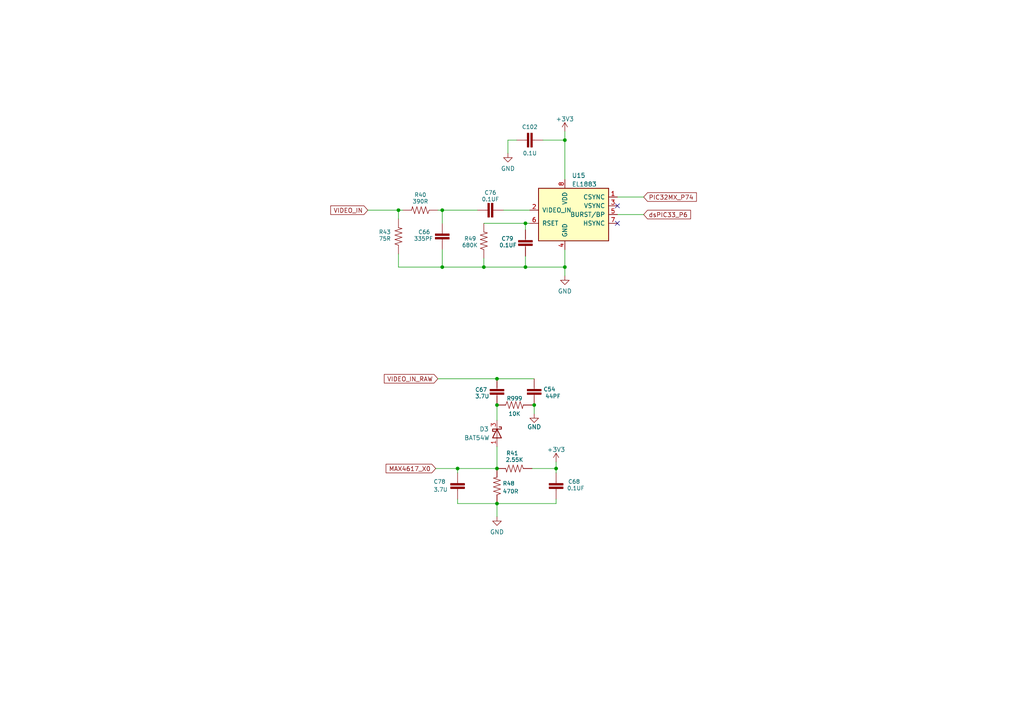
<source format=kicad_sch>
(kicad_sch (version 20230121) (generator eeschema)
  (paper "A4")
  (lib_symbols
    (symbol "Diode:BAT54W" (pin_names (offset 1.016) hide)
      (property "Reference" "D" (at 0 -2.54 0))
      (property "Value" "BAT54W" (at 7.62 -7.62 0))
      (symbol "BAT54W_0_1"
        (polyline (pts (xy 1.27 -5.08) (xy -1.27 -5.08)))
        (polyline (pts (xy 1.27 -3.81) (xy 1.27 -6.35) (xy -1.27 -5.08) (xy 1.27 -3.81)) (stroke (width 0.254)))
        (polyline (pts (xy -1.905 -4.445) (xy -1.905 -3.81) (xy -1.27 -3.81) (xy -1.27 -6.35) (xy -0.635 -6.35) (xy -0.635 -5.715)) (stroke (width 0.254)))
      )
      (symbol "BAT54W_1_1"
        (pin passive line (at 3.81 -5.08 180) (length 2.54) (name "A") (number "1"))
        (pin no_connect line (at 0 -5.08 90) (length 2.54) hide (name "NC") (number "2"))
        (pin passive line (at -3.81 -5.08 0) (length 2.54) (name "K") (number "3"))
      )
    )
    (symbol "SparkFun-Capacitors:0.1UF-0402-16V-10%" (pin_numbers hide) (pin_names (offset 1.016) hide)
      (property "Reference" "C" (at 1.524 2.921 0))
      (property "Value" "0.1UF-0402-16V-10%" (at 1.524 -2.159 0))
      (property "Field4" "CAP-12416" (at 0 7.62 0))
      (symbol "0.1UF-0402-16V-10%_1_0"
        (polyline (pts (xy 0 0) (xy 0 0.508)))
        (polyline (pts (xy 0 2.54) (xy 0 2.032)))
      )
      (symbol "0.1UF-0402-16V-10%_1_1"
        (rectangle (start -2.032 0.508) (end 2.032 1.016) (fill (type outline)))
        (rectangle (start -2.032 1.524) (end 2.032 2.032) (fill (type outline)))
        (pin passive line (at 0 5.08 270) (length 2.54) (name "1") (number "1"))
        (pin passive line (at 0 -2.54 90) (length 2.54) (name "2") (number "2"))
      )
    )
    (symbol "SparkFun-Capacitors:4.7UF0603" (pin_numbers hide) (pin_names (offset 1.016) hide)
      (property "Reference" "C" (at 1.524 2.921 0))
      (property "Value" "4.7UF0603" (at 1.524 -2.159 0))
      (property "Field4" "CAP-08280" (at 0 7.62 0))
      (symbol "4.7UF0603_1_0"
        (polyline (pts (xy 0 0) (xy 0 0.508)))
        (polyline (pts (xy 0 2.54) (xy 0 2.032)))
      )
      (symbol "4.7UF0603_1_1"
        (rectangle (start -2.032 0.508) (end 2.032 1.016) (fill (type outline)))
        (rectangle (start -2.032 1.524) (end 2.032 2.032) (fill (type outline)))
        (pin passive line (at 0 5.08 270) (length 2.54) (name "1") (number "1"))
        (pin passive line (at 0 -2.54 90) (length 2.54) (name "2") (number "2"))
      )
    )
    (symbol "SparkFun-Resistors:100KOHM-0402-1_16W-1%" (pin_numbers hide) (pin_names (offset 1.016) hide)
      (property "Reference" "R" (at -5.08 1.27 0))
      (property "Value" "100KOHM-0402-1_16W-1%" (at -5.08 -3.81 0))
      (property "Field4" "RES-13495" (at 0 5.08 0))
      (symbol "100KOHM-0402-1_16W-1%_1_0"
        (polyline (pts (xy -2.54 0) (xy -2.159 1.016)))
        (polyline (pts (xy -2.159 1.016) (xy -1.524 -1.016)))
        (polyline (pts (xy -1.524 -1.016) (xy -0.889 1.016)))
        (polyline (pts (xy -0.889 1.016) (xy -0.254 -1.016)))
        (polyline (pts (xy -0.254 -1.016) (xy 0.381 1.016)))
        (polyline (pts (xy 0.381 1.016) (xy 1.016 -1.016)))
        (polyline (pts (xy 1.016 -1.016) (xy 1.651 1.016)))
        (polyline (pts (xy 1.651 1.016) (xy 2.286 -1.016)))
        (polyline (pts (xy 2.286 -1.016) (xy 2.54 0)))
      )
      (symbol "100KOHM-0402-1_16W-1%_1_1"
        (pin passive line (at -5.08 0 0) (length 2.54) (name "1") (number "1"))
        (pin passive line (at 5.08 0 180) (length 2.54) (name "2") (number "2"))
      )
    )
    (symbol "SparkFun-Resistors:2.55KOHM-0603-1_10W-1%" (pin_numbers hide) (pin_names (offset 1.016) hide)
      (property "Reference" "R" (at -5.08 1.27 0))
      (property "Value" "2.55KOHM-0603-1_10W-1%" (at -5.08 -3.81 0))
      (property "Field4" "RES-11227" (at 0 5.08 0))
      (symbol "2.55KOHM-0603-1_10W-1%_1_0"
        (polyline (pts (xy -2.54 0) (xy -2.159 1.016)))
        (polyline (pts (xy -2.159 1.016) (xy -1.524 -1.016)))
        (polyline (pts (xy -1.524 -1.016) (xy -0.889 1.016)))
        (polyline (pts (xy -0.889 1.016) (xy -0.254 -1.016)))
        (polyline (pts (xy -0.254 -1.016) (xy 0.381 1.016)))
        (polyline (pts (xy 0.381 1.016) (xy 1.016 -1.016)))
        (polyline (pts (xy 1.016 -1.016) (xy 1.651 1.016)))
        (polyline (pts (xy 1.651 1.016) (xy 2.286 -1.016)))
        (polyline (pts (xy 2.286 -1.016) (xy 2.54 0)))
      )
      (symbol "2.55KOHM-0603-1_10W-1%_1_1"
        (pin passive line (at -5.08 0 0) (length 2.54) (name "1") (number "1"))
        (pin passive line (at 5.08 0 180) (length 2.54) (name "2") (number "2"))
      )
    )
    (symbol "SparkFun-Resistors:470OHM" (pin_numbers hide) (pin_names (offset 1.016) hide)
      (property "Reference" "R" (at -5.08 1.27 0))
      (property "Value" "470OHM" (at -5.08 -3.81 0))
      (property "Field4" "RES-07869" (at 0 5.08 0))
      (symbol "470OHM_1_0"
        (polyline (pts (xy -2.54 0) (xy -2.159 1.016)))
        (polyline (pts (xy -2.159 1.016) (xy -1.524 -1.016)))
        (polyline (pts (xy -1.524 -1.016) (xy -0.889 1.016)))
        (polyline (pts (xy -0.889 1.016) (xy -0.254 -1.016)))
        (polyline (pts (xy -0.254 -1.016) (xy 0.381 1.016)))
        (polyline (pts (xy 0.381 1.016) (xy 1.016 -1.016)))
        (polyline (pts (xy 1.016 -1.016) (xy 1.651 1.016)))
        (polyline (pts (xy 1.651 1.016) (xy 2.286 -1.016)))
        (polyline (pts (xy 2.286 -1.016) (xy 2.54 0)))
      )
      (symbol "470OHM_1_1"
        (pin passive line (at -5.08 0 0) (length 2.54) (name "1") (number "1"))
        (pin passive line (at 5.08 0 180) (length 2.54) (name "2") (number "2"))
      )
    )
    (symbol "Video:EL1883" (pin_names (offset 1.016))
      (property "Reference" "U" (at -8.89 8.89 0))
      (property "Value" "EL1883" (at 6.35 8.89 0))
      (symbol "EL1883_0_1"
        (rectangle (start -10.16 7.62) (end 10.16 -7.62) (stroke (width 0.254)) (fill (type background)))
      )
      (symbol "EL1883_1_1"
        (pin output line (at 12.7 5.08 180) (length 2.54) (name "CSYNC") (number "1"))
        (pin input line (at -12.7 1.27 0) (length 2.54) (name "VIDEO_IN") (number "2"))
        (pin output line (at 12.7 2.54 180) (length 2.54) (name "VSYNC") (number "3"))
        (pin power_in line (at -2.54 -10.16 90) (length 2.54) (name "GND") (number "4"))
        (pin output line (at 12.7 0 180) (length 2.54) (name "BURST/BP") (number "5"))
        (pin input line (at -12.7 -2.54 0) (length 2.54) (name "RSET") (number "6"))
        (pin output line (at 12.7 -2.54 180) (length 2.54) (name "HSYNC") (number "7"))
        (pin power_in line (at -2.54 10.16 270) (length 2.54) (name "VDD") (number "8"))
      )
    )
    (symbol "power:+3V3" (power) (pin_names (offset 0))
      (property "Value" "+3V3" (at 0 3.556 0))
      (symbol "+3V3_0_1"
        (polyline (pts (xy -0.762 1.27) (xy 0 2.54)))
        (polyline (pts (xy 0 0) (xy 0 2.54)))
        (polyline (pts (xy 0 2.54) (xy 0.762 1.27)))
      )
      (symbol "+3V3_1_1"
        (pin power_in line (at 0 0 90) (length 0) hide (name "+3V3") (number "1"))
      )
    )
    (symbol "power:GND" (power) (pin_names (offset 0))
      (property "Value" "GND" (at 0 -3.81 0))
      (symbol "GND_0_1"
        (polyline (pts (xy 0 0) (xy 0 -1.27) (xy 1.27 -1.27) (xy 0 -2.54) (xy -1.27 -1.27) (xy 0 -1.27)))
      )
      (symbol "GND_1_1"
        (pin power_in line (at 0 0 270) (length 0) hide (name "GND") (number "1"))
      )
    )
  )
  (junction (at 128.27 60.96))
  (junction (at 144.145 109.855))
  (junction (at 140.335 77.47))
  (junction (at 144.145 135.89))
  (junction (at 161.29 135.89))
  (junction (at 115.57 60.96))
  (junction (at 144.145 117.475))
  (junction (at 152.4 77.47))
  (junction (at 163.83 40.64))
  (junction (at 152.4 64.77))
  (junction (at 163.83 77.47))
  (junction (at 128.27 77.47))
  (junction (at 132.715 135.89))
  (junction (at 144.145 146.05))
  (junction (at 154.94 117.475))
  (no_connect (at 179.07 64.77))
  (no_connect (at 179.07 59.69))
  (wire (pts (xy 161.29 133.985) (xy 161.29 135.89)))
  (wire (pts (xy 146.05 60.96) (xy 153.67 60.96)))
  (wire (pts (xy 128.27 77.47) (xy 140.335 77.47)))
  (wire (pts (xy 144.145 135.89) (xy 132.715 135.89)))
  (wire (pts (xy 149.86 40.64) (xy 147.32 40.64)))
  (wire (pts (xy 152.4 77.47) (xy 163.83 77.47)))
  (wire (pts (xy 163.83 72.39) (xy 163.83 77.47)))
  (wire (pts (xy 163.83 40.64) (xy 163.83 52.07)))
  (wire (pts (xy 128.27 60.96) (xy 128.27 64.77)))
  (wire (pts (xy 154.94 120.015) (xy 154.94 117.475)))
  (wire (pts (xy 179.07 62.23) (xy 186.69 62.23)))
  (wire (pts (xy 115.57 73.66) (xy 115.57 77.47)))
  (wire (pts (xy 161.29 144.78) (xy 161.29 146.05)))
  (wire (pts (xy 179.07 57.15) (xy 186.69 57.15)))
  (wire (pts (xy 128.27 72.39) (xy 128.27 77.47)))
  (wire (pts (xy 152.4 74.295) (xy 152.4 77.47)))
  (wire (pts (xy 144.145 109.855) (xy 154.94 109.855)))
  (wire (pts (xy 152.4 66.675) (xy 152.4 64.77)))
  (wire (pts (xy 106.68 60.96) (xy 115.57 60.96)))
  (wire (pts (xy 128.27 60.96) (xy 127 60.96)))
  (wire (pts (xy 128.27 60.96) (xy 138.43 60.96)))
  (wire (pts (xy 140.335 64.77) (xy 152.4 64.77)))
  (wire (pts (xy 154.305 117.475) (xy 154.94 117.475)))
  (wire (pts (xy 115.57 60.96) (xy 116.84 60.96)))
  (wire (pts (xy 163.83 38.1) (xy 163.83 40.64)))
  (wire (pts (xy 144.145 121.92) (xy 144.145 117.475)))
  (wire (pts (xy 161.29 137.16) (xy 161.29 135.89)))
  (wire (pts (xy 115.57 60.96) (xy 115.57 63.5)))
  (wire (pts (xy 140.335 77.47) (xy 152.4 77.47)))
  (wire (pts (xy 126.365 135.89) (xy 132.715 135.89)))
  (wire (pts (xy 132.715 144.78) (xy 132.715 146.05)))
  (wire (pts (xy 154.305 135.89) (xy 161.29 135.89)))
  (wire (pts (xy 144.145 129.54) (xy 144.145 135.89)))
  (wire (pts (xy 144.145 146.05) (xy 144.145 149.86)))
  (wire (pts (xy 115.57 77.47) (xy 128.27 77.47)))
  (wire (pts (xy 152.4 64.77) (xy 153.67 64.77)))
  (wire (pts (xy 147.32 40.64) (xy 147.32 44.45)))
  (wire (pts (xy 132.715 137.16) (xy 132.715 135.89)))
  (wire (pts (xy 127 109.855) (xy 144.145 109.855)))
  (wire (pts (xy 140.335 74.93) (xy 140.335 77.47)))
  (wire (pts (xy 132.715 146.05) (xy 144.145 146.05)))
  (wire (pts (xy 163.83 40.64) (xy 157.48 40.64)))
  (wire (pts (xy 163.83 77.47) (xy 163.83 80.01)))
  (wire (pts (xy 144.145 146.05) (xy 161.29 146.05)))
  (global_label "PIC32MX_P74" (shape input) (at 186.69 57.15 0) (property "Intersheetrefs" "${INTERSHEET_REFS}" (effects hide)))
  (global_label "dsPIC33_P6" (shape input) (at 186.69 62.23 0) (property "Intersheetrefs" "${INTERSHEET_REFS}" (effects hide)))
  (global_label "VIDEO_IN_RAW" (shape input) (at 127 109.855 180) (property "Intersheetrefs" "${INTERSHEET_REFS}" (effects hide)))
  (global_label "MAX4617_X0" (shape input) (at 126.365 135.89 180) (property "Intersheetrefs" "${INTERSHEET_REFS}" (effects hide)))
  (global_label "VIDEO_IN" (shape input) (at 106.68 60.96 180) (property "Intersheetrefs" "${INTERSHEET_REFS}" (effects hide)))
  (symbol (lib_id "power:GND") (at 144.145 149.86 0) (mirror y) (unit 1)
    (property "Reference" "#PWR0176" (effects hide))
    (property "Value" "GND" (at 144.145 154.3034 0))
  )
  (symbol (lib_id "power:GND") (at 163.83 80.01 0) (unit 1)
    (property "Reference" "#PWR0172" (effects hide))
    (property "Value" "GND" (at 163.83 84.4534 0))
  )
  (symbol (lib_id "SparkFun-Capacitors:0.1UF-0402-16V-10%") (at 143.51 60.96 90) (unit 1)
    (property "Reference" "C76" (at 142.24 55.88 90) (effects (font (size 1.143 1.143))))
    (property "Value" "0.1UF" (at 142.24 57.785 90) (effects (font (size 1.143 1.143))))
    (property "Footprint" "Capacitor_SMD:C_0402_1005Metric" (effects hide))
    (property "Field4" "0402-16V-10%" (effects hide))
  )
  (symbol (lib_id "power:GND") (at 154.94 120.015 0) (unit 1)
    (property "Reference" "#PWR0177" (effects hide))
    (property "Value" "GND" (at 154.94 123.825 0))
  )
  (symbol (lib_id "power:GND") (at 147.32 44.45 0) (unit 1)
    (property "Reference" "#PWR0173" (effects hide))
    (property "Value" "GND" (at 147.32 48.8934 0))
  )
  (symbol (lib_id "SparkFun-Capacitors:0.1UF-0402-16V-10%") (at 154.94 40.64 90) (unit 1)
    (property "Reference" "C102" (at 153.67 36.83 90) (effects (font (size 1.143 1.143))))
    (property "Value" "0.1U" (at 153.67 44.45 90) (effects (font (size 1.143 1.143))))
    (property "Footprint" "Capacitor_SMD:C_0402_1005Metric" (effects hide))
    (property "Field4" "0402-16V-10%" (effects hide))
  )
  (symbol (lib_id "SparkFun-Resistors:100KOHM-0402-1_16W-1%") (at 115.57 68.58 90) (unit 1)
    (property "Reference" "R43" (at 109.855 67.31 90) (effects (font (size 1.143 1.143)) (justify right)))
    (property "Value" "75R" (at 109.855 69.215 90) (effects (font (size 1.143 1.143)) (justify right)))
    (property "Footprint" "Resistor_SMD:R_0402_1005Metric" (effects hide))
    (property "Field4" "0402-1_16W-1%" (effects hide))
  )
  (symbol (lib_id "SparkFun-Resistors:100KOHM-0402-1_16W-1%") (at 140.335 69.85 90) (unit 1)
    (property "Reference" "R49" (at 134.62 69.215 90) (effects (font (size 1.143 1.143)) (justify right)))
    (property "Value" "680K" (at 133.985 71.12 90) (effects (font (size 1.143 1.143)) (justify right)))
    (property "Footprint" "Resistor_SMD:R_0402_1005Metric" (effects hide))
    (property "Field4" "0402-1_16W-1%" (effects hide))
  )
  (symbol (lib_id "power:+3V3") (at 163.83 38.1 0) (unit 1)
    (property "Reference" "#PWR0174" (effects hide))
    (property "Value" "+3V3" (at 163.83 34.5242 0))
  )
  (symbol (lib_id "SparkFun-Resistors:100KOHM-0402-1_16W-1%") (at 149.225 117.475 0) (unit 1)
    (property "Reference" "R999" (at 149.225 115.57 0) (effects (font (size 1.143 1.143))))
    (property "Value" "10K" (at 149.225 120.015 0) (effects (font (size 1.143 1.143))))
    (property "Footprint" "Resistor_SMD:R_0402_1005Metric" (effects hide))
    (property "Field4" "0402-1_16W-1%" (effects hide))
  )
  (symbol (lib_id "power:+3V3") (at 161.29 133.985 0) (unit 1)
    (property "Reference" "#PWR0175" (effects hide))
    (property "Value" "+3V3" (at 161.29 130.4092 0))
  )
  (symbol (lib_id "Video:EL1883") (at 166.37 62.23 0) (unit 1)
    (property "Reference" "U15" (at 165.8494 50.9102 0) (effects (justify left)))
    (property "Value" "EL1883" (at 165.8494 53.4471 0) (effects (justify left)))
    (property "Footprint" "Package_SO:SOIC-8_3.9x4.9mm_P1.27mm" (effects hide))
  )
  (symbol (lib_id "SparkFun-Capacitors:4.7UF0603") (at 132.715 142.24 0) (mirror y) (unit 1)
    (property "Reference" "C78" (at 125.73 139.7 0) (effects (font (size 1.143 1.143)) (justify right)))
    (property "Value" "3.7U" (at 125.73 142.0086 0) (effects (font (size 1.143 1.143)) (justify right)))
    (property "Footprint" "Capacitor_SMD:C_0603_1608Metric" (effects hide))
    (property "Field4" "CAP-08280" (effects hide))
  )
  (symbol (lib_id "SparkFun-Capacitors:0.1UF-0402-16V-10%") (at 161.29 142.24 0) (mirror y) (unit 1)
    (property "Reference" "C68" (at 168.275 139.7 0) (effects (font (size 1.143 1.143)) (justify left)))
    (property "Value" "0.1UF" (at 169.545 141.605 0) (effects (font (size 1.143 1.143)) (justify left)))
    (property "Footprint" "Capacitor_SMD:C_0402_1005Metric" (effects hide))
    (property "Field4" "CAP-12416" (effects hide))
  )
  (symbol (lib_id "SparkFun-Capacitors:4.7UF0603") (at 144.145 114.935 0) (unit 1)
    (property "Reference" "C67" (at 137.795 113.03 0) (effects (font (size 1.143 1.143)) (justify left)))
    (property "Value" "3.7U" (at 137.795 114.935 0) (effects (font (size 1.143 1.143)) (justify left)))
    (property "Footprint" "Capacitor_SMD:C_0603_1608Metric" (effects hide))
    (property "Field4" "CAP-08280" (effects hide))
  )
  (symbol (lib_id "SparkFun-Capacitors:0.1UF-0402-16V-10%") (at 128.27 69.85 0) (unit 1)
    (property "Reference" "C66" (at 121.285 67.31 0) (effects (font (size 1.143 1.143)) (justify left)))
    (property "Value" "335PF" (at 120.015 69.215 0) (effects (font (size 1.143 1.143)) (justify left)))
    (property "Footprint" "Capacitor_SMD:C_0402_1005Metric" (effects hide))
    (property "Field4" "CAP-12416 -0402-16V-10%" (effects hide))
  )
  (symbol (lib_id "SparkFun-Capacitors:0.1UF-0402-16V-10%") (at 154.94 114.935 0) (unit 1)
    (property "Reference" "C54" (at 157.607 112.9011 0) (effects (font (size 1.143 1.143)) (justify left)))
    (property "Value" "44PF" (at 158.115 114.935 0) (effects (font (size 1.143 1.143)) (justify left)))
    (property "Footprint" "Capacitor_SMD:C_0402_1005Metric" (effects hide))
    (property "Field4" "0402-16V-10%" (effects hide))
  )
  (symbol (lib_id "SparkFun-Capacitors:0.1UF-0402-16V-10%") (at 152.4 71.755 0) (unit 1)
    (property "Reference" "C79" (at 145.415 69.215 0) (effects (font (size 1.143 1.143)) (justify left)))
    (property "Value" "0.1UF" (at 144.78 71.12 0) (effects (font (size 1.143 1.143)) (justify left)))
    (property "Footprint" "Capacitor_SMD:C_0402_1005Metric" (effects hide))
    (property "Field4" "0402-16V-10%" (effects hide))
  )
  (symbol (lib_id "Diode:BAT54W") (at 149.225 125.73 270) (unit 1)
    (property "Reference" "D3" (at 139.065 124.46 90) (effects (justify left)))
    (property "Value" "BAT54W" (at 134.62 127 90) (effects (justify left)))
    (property "Footprint" "Package_TO_SOT_SMD:SOT-323_SC-70" (effects hide))
    (property "Datasheet" "https://assets.nexperia.com/documents/data-sheet/BAT54W_SER.pdf" (effects hide))
  )
  (symbol (lib_id "SparkFun-Resistors:2.55KOHM-0603-1_10W-1%") (at 149.225 135.89 0) (mirror y) (unit 1)
    (property "Reference" "R41" (at 148.59 131.445 0) (effects (font (size 1.143 1.143))))
    (property "Value" "2.55K" (at 149.225 133.35 0) (effects (font (size 1.143 1.143))))
    (property "Footprint" "Resistor_SMD:R_0402_1005Metric" (effects hide))
    (property "Field4" "0603-1_10W-1%" (effects hide))
  )
  (symbol (lib_id "SparkFun-Resistors:100KOHM-0402-1_16W-1%") (at 121.92 60.96 180) (unit 1)
    (property "Reference" "R40" (at 121.92 56.515 0) (effects (font (size 1.143 1.143))))
    (property "Value" "390R" (at 121.92 58.42 0) (effects (font (size 1.143 1.143))))
    (property "Footprint" "Resistor_SMD:R_0402_1005Metric" (effects hide))
    (property "Field4" "0402-1_16W-1%" (effects hide))
  )
  (symbol (lib_id "SparkFun-Resistors:470OHM") (at 144.145 140.97 270) (mirror x) (unit 1)
    (property "Reference" "R48" (at 145.796 140.2061 90) (effects (font (size 1.143 1.143)) (justify left)))
    (property "Value" "470R" (at 145.796 142.5147 90) (effects (font (size 1.143 1.143)) (justify left)))
    (property "Footprint" "Resistor_SMD:R_0402_1005Metric" (effects hide))
    (property "Field4" "RES-07869" (effects hide))
  )
)
</source>
